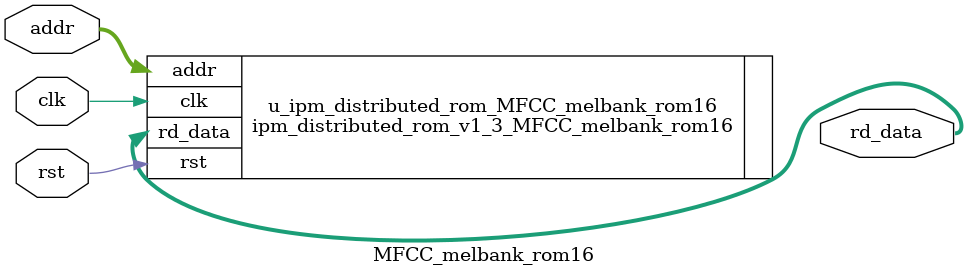
<source format=v>


`timescale 1 ns / 1 ps
module MFCC_melbank_rom16
    (
     addr        ,
     rst         ,
     clk         ,
     rd_data
    );

    localparam ADDR_WIDTH = 9 ; //@IPC int 4,10

    localparam DATA_WIDTH = 8 ; //@IPC int 1,256

    localparam RST_TYPE = "ASYNC" ; //@IPC enum ASYNC,SYNC

    localparam OUT_REG = 0 ; //@IPC bool

    localparam INIT_ENABLE = 1 ; //@IPC bool

    localparam INIT_FILE = "D:/PDS_FPGA/Audio_test/ipcore/MFCC_melbank_rom16/rtl/output15_MFCC_melbank_rom16.dat" ; //@IPC string

    localparam FILE_FORMAT = "BIN" ; //@IPC enum BIN,HEX


     output   wire  [DATA_WIDTH-1:0]       rd_data ;
     input    wire  [ADDR_WIDTH-1:0]       addr    ;
     input                                 clk     ;
     input                                 rst     ;

ipm_distributed_rom_v1_3_MFCC_melbank_rom16
   #(
     .ADDR_WIDTH    (ADDR_WIDTH     ), //address width   range:4-10
     .DATA_WIDTH    (DATA_WIDTH     ), //data width      range:4-256
     .RST_TYPE      (RST_TYPE       ), //reset type   "ASYNC_RESET" "SYNC_RESET"
     .OUT_REG       (OUT_REG        ), //output options :non_register(0)  register(1)
     .INIT_FILE     (INIT_FILE      ), //legal value:"NONE" or "initial file name"
     .FILE_FORMAT   (FILE_FORMAT    )  //initial data format : "bin" or "hex"
    )u_ipm_distributed_rom_MFCC_melbank_rom16
    (
     .rd_data       (rd_data        ),
     .addr          (addr           ),
     .clk           (clk            ),
     .rst           (rst            )

    );
endmodule

</source>
